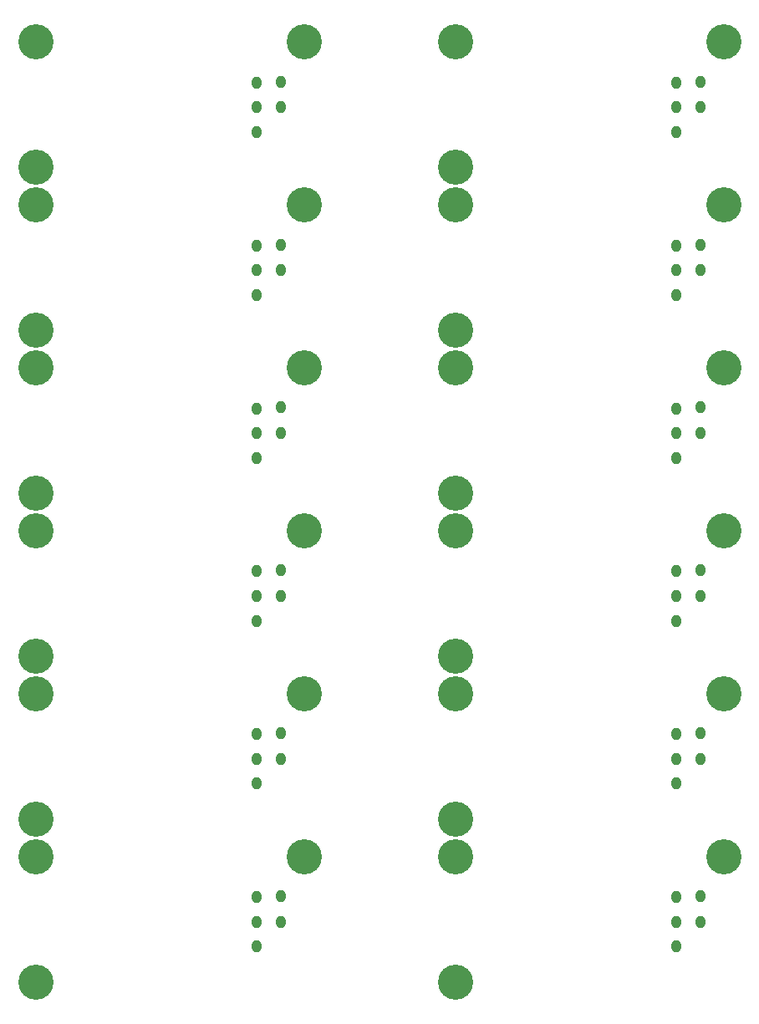
<source format=gbs>
%MOIN*%
%OFA0B0*%
%FSLAX46Y46*%
%IPPOS*%
%LPD*%
%ADD10C,0.0039370078740157488*%
%ADD11O,0.03858267716535433X0.051181102362204731*%
%ADD12C,0.14*%
%ADD23C,0.0039370078740157488*%
%ADD24O,0.03858267716535433X0.051181102362204731*%
%ADD25C,0.14*%
%ADD26C,0.0039370078740157488*%
%ADD27O,0.03858267716535433X0.051181102362204731*%
%ADD28C,0.14*%
%ADD29C,0.0039370078740157488*%
%ADD30O,0.03858267716535433X0.051181102362204731*%
%ADD31C,0.14*%
%ADD32C,0.0039370078740157488*%
%ADD33O,0.03858267716535433X0.051181102362204731*%
%ADD34C,0.14*%
%ADD35C,0.0039370078740157488*%
%ADD36O,0.03858267716535433X0.051181102362204731*%
%ADD37C,0.14*%
%ADD38C,0.0039370078740157488*%
%ADD39O,0.03858267716535433X0.051181102362204731*%
%ADD40C,0.14*%
%ADD41C,0.0039370078740157488*%
%ADD42O,0.03858267716535433X0.051181102362204731*%
%ADD43C,0.14*%
%ADD44C,0.0039370078740157488*%
%ADD45O,0.03858267716535433X0.051181102362204731*%
%ADD46C,0.14*%
%ADD47C,0.0039370078740157488*%
%ADD48O,0.03858267716535433X0.051181102362204731*%
%ADD49C,0.14*%
%ADD50C,0.0039370078740157488*%
%ADD51O,0.03858267716535433X0.051181102362204731*%
%ADD52C,0.14*%
%ADD53C,0.0039370078740157488*%
%ADD54O,0.03858267716535433X0.051181102362204731*%
%ADD55C,0.14*%
G01G01*
D10*
D11*
X-0001387795Y0001712598D02*
X0001013779Y0000275590D03*
X0001013779Y0000377952D03*
X0000915354Y0000177165D03*
X0000915354Y0000275590D03*
X0000915354Y0000374015D03*
D12*
X0000035433Y0000035433D03*
X0000035433Y0000535433D03*
X0001106299Y0000535433D03*
G04 next file*
G04 #@! TF.FileFunction,Soldermask,Bot*
G04 Gerber Fmt 4.6, Leading zero omitted, Abs format (unit mm)*
G04 Created by KiCad (PCBNEW 4.0.6) date 2017 June 28, Wednesday 04:06:12*
G01G01*
G04 APERTURE LIST*
G04 APERTURE END LIST*
D23*
D24*
X0000285433Y0001712598D02*
X0002687007Y0000275590D03*
X0002687007Y0000377952D03*
X0002588582Y0000177165D03*
X0002588582Y0000275590D03*
X0002588582Y0000374015D03*
D25*
X0001708661Y0000035433D03*
X0001708661Y0000535433D03*
X0002779527Y0000535433D03*
G04 next file*
G04 #@! TF.FileFunction,Soldermask,Bot*
G04 Gerber Fmt 4.6, Leading zero omitted, Abs format (unit mm)*
G04 Created by KiCad (PCBNEW 4.0.6) date 2017 June 28, Wednesday 04:06:12*
G01G01*
G04 APERTURE LIST*
G04 APERTURE END LIST*
D26*
D27*
X-0001387795Y0002362204D02*
X0001013779Y0000925196D03*
X0001013779Y0001027559D03*
X0000915354Y0000826771D03*
X0000915354Y0000925196D03*
X0000915354Y0001023622D03*
D28*
X0000035433Y0000685039D03*
X0000035433Y0001185039D03*
X0001106299Y0001185039D03*
G04 next file*
G04 #@! TF.FileFunction,Soldermask,Bot*
G04 Gerber Fmt 4.6, Leading zero omitted, Abs format (unit mm)*
G04 Created by KiCad (PCBNEW 4.0.6) date 2017 June 28, Wednesday 04:06:12*
G01G01*
G04 APERTURE LIST*
G04 APERTURE END LIST*
D29*
D30*
X0000285433Y0002362204D02*
X0002687007Y0000925196D03*
X0002687007Y0001027559D03*
X0002588582Y0000826771D03*
X0002588582Y0000925196D03*
X0002588582Y0001023622D03*
D31*
X0001708661Y0000685039D03*
X0001708661Y0001185039D03*
X0002779527Y0001185039D03*
G04 next file*
G04 #@! TF.FileFunction,Soldermask,Bot*
G04 Gerber Fmt 4.6, Leading zero omitted, Abs format (unit mm)*
G04 Created by KiCad (PCBNEW 4.0.6) date 2017 June 28, Wednesday 04:06:12*
G01G01*
G04 APERTURE LIST*
G04 APERTURE END LIST*
D32*
D33*
X-0001387795Y0003011811D02*
X0001013779Y0001574803D03*
X0001013779Y0001677165D03*
X0000915354Y0001476377D03*
X0000915354Y0001574803D03*
X0000915354Y0001673228D03*
D34*
X0000035433Y0001334645D03*
X0000035433Y0001834645D03*
X0001106299Y0001834645D03*
G04 next file*
G04 #@! TF.FileFunction,Soldermask,Bot*
G04 Gerber Fmt 4.6, Leading zero omitted, Abs format (unit mm)*
G04 Created by KiCad (PCBNEW 4.0.6) date 2017 June 28, Wednesday 04:06:12*
G01G01*
G04 APERTURE LIST*
G04 APERTURE END LIST*
D35*
D36*
X-0001387795Y0003661417D02*
X0001013779Y0002224409D03*
X0001013779Y0002326771D03*
X0000915354Y0002125984D03*
X0000915354Y0002224409D03*
X0000915354Y0002322834D03*
D37*
X0000035433Y0001984251D03*
X0000035433Y0002484251D03*
X0001106299Y0002484251D03*
G04 next file*
G04 #@! TF.FileFunction,Soldermask,Bot*
G04 Gerber Fmt 4.6, Leading zero omitted, Abs format (unit mm)*
G04 Created by KiCad (PCBNEW 4.0.6) date 2017 June 28, Wednesday 04:06:12*
G01G01*
G04 APERTURE LIST*
G04 APERTURE END LIST*
D38*
D39*
X-0001387795Y0004311023D02*
X0001013779Y0002874015D03*
X0001013779Y0002976377D03*
X0000915354Y0002775590D03*
X0000915354Y0002874015D03*
X0000915354Y0002972440D03*
D40*
X0000035433Y0002633858D03*
X0000035433Y0003133858D03*
X0001106299Y0003133858D03*
G04 next file*
G04 #@! TF.FileFunction,Soldermask,Bot*
G04 Gerber Fmt 4.6, Leading zero omitted, Abs format (unit mm)*
G04 Created by KiCad (PCBNEW 4.0.6) date 2017 June 28, Wednesday 04:06:12*
G01G01*
G04 APERTURE LIST*
G04 APERTURE END LIST*
D41*
D42*
X-0001387795Y0004960629D02*
X0001013779Y0003523622D03*
X0001013779Y0003625984D03*
X0000915354Y0003425196D03*
X0000915354Y0003523622D03*
X0000915354Y0003622047D03*
D43*
X0000035433Y0003283464D03*
X0000035433Y0003783464D03*
X0001106299Y0003783464D03*
G04 next file*
G04 #@! TF.FileFunction,Soldermask,Bot*
G04 Gerber Fmt 4.6, Leading zero omitted, Abs format (unit mm)*
G04 Created by KiCad (PCBNEW 4.0.6) date 2017 June 28, Wednesday 04:06:12*
G01G01*
G04 APERTURE LIST*
G04 APERTURE END LIST*
D44*
D45*
X0000285433Y0003011811D02*
X0002687007Y0001574803D03*
X0002687007Y0001677165D03*
X0002588582Y0001476377D03*
X0002588582Y0001574803D03*
X0002588582Y0001673228D03*
D46*
X0001708661Y0001334645D03*
X0001708661Y0001834645D03*
X0002779527Y0001834645D03*
G04 next file*
G04 #@! TF.FileFunction,Soldermask,Bot*
G04 Gerber Fmt 4.6, Leading zero omitted, Abs format (unit mm)*
G04 Created by KiCad (PCBNEW 4.0.6) date 2017 June 28, Wednesday 04:06:12*
G01G01*
G04 APERTURE LIST*
G04 APERTURE END LIST*
D47*
D48*
X0000285433Y0003661417D02*
X0002687007Y0002224409D03*
X0002687007Y0002326771D03*
X0002588582Y0002125984D03*
X0002588582Y0002224409D03*
X0002588582Y0002322834D03*
D49*
X0001708661Y0001984251D03*
X0001708661Y0002484251D03*
X0002779527Y0002484251D03*
G04 next file*
G04 #@! TF.FileFunction,Soldermask,Bot*
G04 Gerber Fmt 4.6, Leading zero omitted, Abs format (unit mm)*
G04 Created by KiCad (PCBNEW 4.0.6) date 2017 June 28, Wednesday 04:06:12*
G01G01*
G04 APERTURE LIST*
G04 APERTURE END LIST*
D50*
D51*
X0000285433Y0004311023D02*
X0002687007Y0002874015D03*
X0002687007Y0002976377D03*
X0002588582Y0002775590D03*
X0002588582Y0002874015D03*
X0002588582Y0002972440D03*
D52*
X0001708661Y0002633858D03*
X0001708661Y0003133858D03*
X0002779527Y0003133858D03*
G04 next file*
G04 #@! TF.FileFunction,Soldermask,Bot*
G04 Gerber Fmt 4.6, Leading zero omitted, Abs format (unit mm)*
G04 Created by KiCad (PCBNEW 4.0.6) date 2017 June 28, Wednesday 04:06:12*
G01G01*
G04 APERTURE LIST*
G04 APERTURE END LIST*
D53*
D54*
X0000285433Y0004960629D02*
X0002687007Y0003523622D03*
X0002687007Y0003625984D03*
X0002588582Y0003425196D03*
X0002588582Y0003523622D03*
X0002588582Y0003622047D03*
D55*
X0001708661Y0003283464D03*
X0001708661Y0003783464D03*
X0002779527Y0003783464D03*
M02*
</source>
